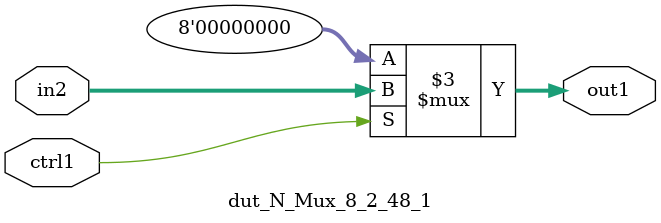
<source format=v>

`timescale 1ps / 1ps


module dut_N_Mux_8_2_48_1( in2, ctrl1, out1 );

    input [7:0] in2;
    input ctrl1;
    output [7:0] out1;
    reg [7:0] out1;

    
    // rtl_process:dut_N_Mux_8_2_48_1/dut_N_Mux_8_2_48_1_thread_1
    always @*
      begin : dut_N_Mux_8_2_48_1_thread_1
        case (ctrl1) 
          1'b1: 
            begin
              out1 = in2;
            end
          default: 
            begin
              out1 = 8'd000;
            end
        endcase
      end

endmodule



</source>
